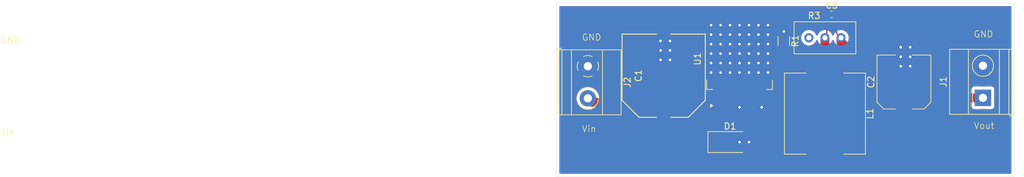
<source format=kicad_pcb>
(kicad_pcb (version 20240108) (generator "pcbnew") (generator_version "8.0")
  (layers (0 "F.Cu" signal) (31 "B.Cu" signal) (34 "B.Paste" user) (35 "F.Paste" user) (36 "B.SilkS" user "B.Silkscreen") (37 "F.SilkS" user "F.Silkscreen") (38 "B.Mask" user) (39 "F.Mask" user) (44 "Edge.Cuts" user))
  (net 0 "")
  (net 1 "Vin")
  (net 2 "GND")
  (net 3 "Vout")
  (net 4 "Net-(U1-FB)")
  (net 5 "Net-(D1-K)")
  (footprint "Diode_SMD:D_SMA" (layer "F.Cu") (at 77.5 97)
    (property "Reference" "D1" (at 0 -2.5 0) (layer "F.SilkS"))
    (property "Value" "ss34")
    (fp_line (start -3.51 -1.65) (end -3.51 1.65) (stroke (width 0.12)) (layer "F.SilkS"))
    (fp_line (start -3.51 -1.65) (end 2 -1.65) (stroke (width 0.12)) (layer "F.SilkS"))
    (fp_line (start -3.51 1.65) (end 2 1.65) (stroke (width 0.12)) (layer "F.SilkS"))
    (pad "1" smd roundrect (at -2 0) (size 2.5 1.8) (layers "F.Cu" "F.Paste" "F.Mask") (roundrect_rratio 0.1388888889) (net 5 "Net-(D1-K)"))
    (pad "2" smd roundrect (at 2 0) (size 2.5 1.8) (layers "F.Cu" "F.Paste" "F.Mask") (roundrect_rratio 0.1388888889) (net 2 "GND"))
  )
  (footprint "Capacitor_SMD:C_Elec_8x10.2" (layer "F.Cu") (at 105 87.5 90)
    (property "Reference" "C2" (at 0 -5.2 90) (layer "F.SilkS"))
    (property "Value" "220uF/35V")
    (fp_line (start 4.26 -4.26) (end 4.26 -1.31) (stroke (width 0.12)) (layer "F.SilkS"))
    (fp_line (start -3.195563 -4.26) (end 4.26 -4.26) (stroke (width 0.12)) (layer "F.SilkS"))
    (fp_line (start -4.26 -3.195563) (end -3.195563 -4.26) (stroke (width 0.12)) (layer "F.SilkS"))
    (fp_line (start -4.26 -3.195563) (end -4.26 -1.31) (stroke (width 0.12)) (layer "F.SilkS"))
    (fp_line (start -4.26 3.195563) (end -4.26 1.31) (stroke (width 0.12)) (layer "F.SilkS"))
    (fp_line (start -4.26 3.195563) (end -3.195563 4.26) (stroke (width 0.12)) (layer "F.SilkS"))
    (fp_line (start 4.26 4.26) (end 4.26 1.31) (stroke (width 0.12)) (layer "F.SilkS"))
    (fp_line (start -3.195563 4.26) (end 4.26 4.26) (stroke (width 0.12)) (layer "F.SilkS"))
    (pad "1" smd roundrect (at -3.6 0 90) (size 4.5 2.1) (layers "F.Cu" "F.Paste" "F.Mask") (roundrect_rratio 0.119048) (net 3 "Vout"))
    (pad "2" smd roundrect (at 3.6 0 90) (size 4.5 2.1) (layers "F.Cu" "F.Paste" "F.Mask") (roundrect_rratio 0.119048) (net 2 "GND"))
  )
  (footprint "easyeda2kicad:CAP-SMD_BD12.5-L13.0-W13.0-LS14.4-FD" (layer "F.Cu") (at 67 86.5 90)
    (property "Reference" "C1" (at 0 -4 90) (layer "F.SilkS"))
    (property "Value" "680uF/50V")
    (fp_line (start 6.58 -6.58) (end 6.58 -1.13) (stroke (width 0.15)) (layer "F.SilkS"))
    (fp_line (start -3.9 -6.58) (end 6.58 -6.58) (stroke (width 0.15)) (layer "F.SilkS"))
    (fp_line (start -6.58 -3.9) (end -3.9 -6.58) (stroke (width 0.15)) (layer "F.SilkS"))
    (fp_line (start -6.58 -1.13) (end -6.58 -3.9) (stroke (width 0.15)) (layer "F.SilkS"))
    (fp_line (start 6.58 1.13) (end 6.58 6.58) (stroke (width 0.15)) (layer "F.SilkS"))
    (fp_line (start -6.58 3.9) (end -6.58 1.13) (stroke (width 0.15)) (layer "F.SilkS"))
    (fp_line (start -6.58 3.9) (end -3.9 6.58) (stroke (width 0.15)) (layer "F.SilkS"))
    (fp_line (start -3.9 6.58) (end 6.58 6.58) (stroke (width 0.15)) (layer "F.SilkS"))
    (pad "1" smd rect (at -4.97 0 90) (size 5.66 1.9) (layers "F.Cu" "F.Paste" "F.Mask") (net 1 "Vin"))
    (pad "2" smd rect (at 4.97 0 90) (size 5.66 1.9) (layers "F.Cu" "F.Paste" "F.Mask") (net 2 "GND"))
  )
  (footprint "Package_TO_SOT_SMD:TO-263-5_TabPin3" (layer "F.Cu") (at 79 83.85 90)
    (property "Reference" "U1" (at 0 -6.65 90) (layer "F.SilkS"))
    (property "Value" "LM2596S-12")
    (fp_line (start -3.325 -5.2) (end -4.825 -5.2) (stroke (width 0.12)) (layer "F.SilkS"))
    (fp_line (start -4.825 -5.2) (end -4.825 -4.25) (stroke (width 0.12)) (layer "F.SilkS"))
    (fp_line (start -3.325 5.2) (end -4.825 5.2) (stroke (width 0.12)) (layer "F.SilkS"))
    (fp_line (start -4.825 5.2) (end -4.825 4.25) (stroke (width 0.12)) (layer "F.SilkS"))
    (fp_poly (pts (xy -7.3875 -4.25) (xy -7.6275 -4.58) (xy -7.1475 -4.58) (xy -7.3875 -4.25)) (stroke (width 0.12)) (fill solid) (layer "F.SilkS"))
    (pad "1" smd roundrect (at -7.65 -3.4 90) (size 4.6 1.1) (layers "F.Cu" "F.Paste" "F.Mask") (roundrect_rratio 0.227273) (net 1 "Vin"))
    (pad "2" smd roundrect (at -7.65 -1.7 90) (size 4.6 1.1) (layers "F.Cu" "F.Paste" "F.Mask") (roundrect_rratio 0.227273) (net 5 "Net-(D1-K)"))
    (pad "3" smd roundrect (at -7.65 0 90) (size 4.6 1.1) (layers "F.Cu" "F.Paste" "F.Mask") (roundrect_rratio 0.227273) (net 2 "GND"))
    (pad "3" smd roundrect (at -0.925 -2.775 90) (size 4.55 5.25) (layers "F.Cu" "F.Paste") (roundrect_rratio 0.054945) (net 2 "GND"))
    (pad "3" smd roundrect (at -0.925 2.775 90) (size 4.55 5.25) (layers "F.Cu" "F.Paste") (roundrect_rratio 0.054945) (net 2 "GND"))
    (pad "3" smd roundrect (at 1.5 0 90) (size 9.4 10.8) (layers "F.Cu" "F.Mask") (roundrect_rratio 0.026596) (net 2 "GND"))
    (pad "3" smd roundrect (at 3.925 -2.775 90) (size 4.55 5.25) (layers "F.Cu" "F.Paste") (roundrect_rratio 0.054945) (net 2 "GND"))
    (pad "3" smd roundrect (at 3.925 2.775 90) (size 4.55 5.25) (layers "F.Cu" "F.Paste") (roundrect_rratio 0.054945) (net 2 "GND"))
    (pad "4" smd roundrect (at -7.65 1.7 90) (size 4.6 1.1) (layers "F.Cu" "F.Paste" "F.Mask") (roundrect_rratio 0.227273) (net 4 "Net-(U1-FB)"))
    (pad "5" smd roundrect (at -7.65 3.4 90) (size 4.6 1.1) (layers "F.Cu" "F.Paste" "F.Mask") (roundrect_rratio 0.227273) (net 2 "GND"))
  )
  (footprint "Inductor_SMD:L_SXN_SMDRI127" (layer "F.Cu") (at 92.5 92.5 -90)
    (property "Reference" "L1" (at 0 -7.15 90) (layer "F.SilkS"))
    (property "Value" "470")
    (fp_line (start -6.41 6.41) (end 6.41 6.41) (stroke (width 0.12)) (layer "F.SilkS"))
    (fp_line (start -6.41 6.41) (end -6.41 2.96) (stroke (width 0.12)) (layer "F.SilkS"))
    (fp_line (start 6.41 6.41) (end 6.41 2.96) (stroke (width 0.12)) (layer "F.SilkS"))
    (fp_line (start -6.41 -6.41) (end -6.41 -2.96) (stroke (width 0.12)) (layer "F.SilkS"))
    (fp_line (start -6.41 -6.41) (end 6.41 -6.41) (stroke (width 0.12)) (layer "F.SilkS"))
    (fp_line (start 6.41 -6.41) (end 6.41 -2.96) (stroke (width 0.12)) (layer "F.SilkS"))
    (pad "1" smd rect (at -4.95 0 270) (size 2.9 5.4) (layers "F.Cu" "F.Paste" "F.Mask") (net 5 "Net-(D1-K)"))
    (pad "2" smd rect (at 4.95 0 270) (size 2.9 5.4) (layers "F.Cu" "F.Paste" "F.Mask") (net 3 "Vout"))
  )
  (footprint "Resistor_SMD:R_1206_3216Metric" (layer "F.Cu") (at 86 81 -90)
    (property "Reference" "R1" (at 0 -1.82 90) (layer "F.SilkS"))
    (property "Value" "1k")
    (fp_line (start -0.727064 0.91) (end 0.727064 0.91) (stroke (width 0.12)) (layer "F.SilkS"))
    (fp_line (start -0.727064 -0.91) (end 0.727064 -0.91) (stroke (width 0.12)) (layer "F.SilkS"))
    (pad "1" smd roundrect (at -1.4625 0 270) (size 1.125 1.75) (layers "F.Cu" "F.Paste" "F.Mask") (roundrect_rratio 0.222222) (net 2 "GND"))
    (pad "2" smd roundrect (at 1.4625 0 270) (size 1.125 1.75) (layers "F.Cu" "F.Paste" "F.Mask") (roundrect_rratio 0.222222) (net 4 "Net-(U1-FB)"))
  )
  (footprint "Capacitor_SMD:C_0603_1608Metric" (layer "F.Cu") (at 93.575 76.8)
    (property "Reference" "C3" (at 0 -1.43 360) (layer "F.SilkS"))
    (property "Value" "2.2uF/50V")
    (fp_line (start -0.14058 -0.51) (end 0.14058 -0.51) (stroke (width 0.12)) (layer "F.SilkS"))
    (fp_line (start -0.14058 0.51) (end 0.14058 0.51) (stroke (width 0.12)) (layer "F.SilkS"))
    (pad "1" smd roundrect (at -0.775 0) (size 0.9 0.95) (layers "F.Cu" "F.Paste" "F.Mask") (net 4 "Net-(U1-FB)"))
    (pad "2" smd roundrect (at 0.775 0) (size 0.9 0.95) (layers "F.Cu" "F.Paste" "F.Mask") (net 3 "Vout"))
  )
  (footprint "TerminalBlock_Phoenix:TerminalBlock_Phoenix_MKDS-1,5-2-5.08_1x02_P5.08mm_Horizontal" (layer "F.Cu") (at 117.5 90 90)
    (property "Reference" "J1" (at 2.54 -6.26 90) (layer "F.SilkS"))
    (property "Value" "Screw_Terminal_01x02")
    (fp_line (start 7.68 -5.261) (end 7.68 4.66) (stroke (width 0.12)) (layer "F.SilkS"))
    (fp_line (start -2.6 -5.261) (end 7.68 -5.261) (stroke (width 0.12)) (layer "F.SilkS"))
    (fp_line (start -2.6 -5.261) (end -2.6 4.66) (stroke (width 0.12)) (layer "F.SilkS"))
    (fp_line (start -2.6 -2.301) (end 7.68 -2.301) (stroke (width 0.12)) (layer "F.SilkS"))
    (fp_line (start 6.15 -1.275) (end 6.115 -1.239) (stroke (width 0.12)) (layer "F.SilkS"))
    (fp_line (start 6.355 -1.069) (end 6.308 -1.023) (stroke (width 0.12)) (layer "F.SilkS"))
    (fp_line (start 3.853 1.023) (end 3.806 1.069) (stroke (width 0.12)) (layer "F.SilkS"))
    (fp_line (start 4.046 1.239) (end 4.011 1.274) (stroke (width 0.12)) (layer "F.SilkS"))
    (fp_line (start -2.6 2.6) (end 7.68 2.6) (stroke (width 0.12)) (layer "F.SilkS"))
    (fp_line (start -2.6 4.1) (end 7.68 4.1) (stroke (width 0.12)) (layer "F.SilkS"))
    (fp_line (start -2.84 4.16) (end -2.84 4.9) (stroke (width 0.12)) (layer "F.SilkS"))
    (fp_line (start -2.6 4.66) (end 7.68 4.66) (stroke (width 0.12)) (layer "F.SilkS"))
    (fp_line (start -2.84 4.9) (end -2.34 4.9) (stroke (width 0.12)) (layer "F.SilkS"))
    (fp_arc (start -0.683042 -1.535427) (mid 0.000524 -1.680501) (end 0.684 -1.535) (stroke (width 0.12)) (layer "F.SilkS"))
    (fp_arc (start 1.535427 -0.683042) (mid 1.680501 0.000524) (end 1.535 0.684) (stroke (width 0.12)) (layer "F.SilkS"))
    (fp_arc (start -1.535427 0.683042) (mid -1.680501 -0.000524) (end -1.535 -0.684) (stroke (width 0.12)) (layer "F.SilkS"))
    (fp_arc (start 0.683318 1.534756) (mid 0.349292 1.643288) (end 0 1.68) (stroke (width 0.12)) (layer "F.SilkS"))
    (fp_arc (start 0.028805 1.680253) (mid -0.335551 1.646659) (end -0.684 1.535) (stroke (width 0.12)) (layer "F.SilkS"))
    (fp_circle (center 5.08 0) (end 6.76 0) (stroke (width 0.12)) (fill none) (layer "F.SilkS"))
    (pad "1" thru_hole rect (at 0 0 90) (size 2.6 2.6) (drill 1.3) (layers "*.Cu" "*.Mask") (net 3 "Vout"))
    (pad "2" thru_hole circle (at 5.08 0 90) (size 2.6 2.6) (drill 1.3) (layers "*.Cu" "*.Mask") (net 2 "GND"))
  )
  (footprint "TerminalBlock_Phoenix:TerminalBlock_Phoenix_MKDS-1,5-2-5.08_1x02_P5.08mm_Horizontal" (layer "F.Cu") (at 55 85 -90)
    (property "Reference" "J2" (at 2.54 -6.26 90) (layer "F.SilkS"))
    (property "Value" "Screw_Terminal_01x02")
    (fp_line (start -2.84 4.9) (end -2.34 4.9) (stroke (width 0.12)) (layer "F.SilkS"))
    (fp_line (start -2.6 4.66) (end 7.68 4.66) (stroke (width 0.12)) (layer "F.SilkS"))
    (fp_line (start -2.84 4.16) (end -2.84 4.9) (stroke (width 0.12)) (layer "F.SilkS"))
    (fp_line (start -2.6 4.1) (end 7.68 4.1) (stroke (width 0.12)) (layer "F.SilkS"))
    (fp_line (start -2.6 2.6) (end 7.68 2.6) (stroke (width 0.12)) (layer "F.SilkS"))
    (fp_line (start 4.046 1.239) (end 4.011 1.274) (stroke (width 0.12)) (layer "F.SilkS"))
    (fp_line (start 3.853 1.023) (end 3.806 1.069) (stroke (width 0.12)) (layer "F.SilkS"))
    (fp_line (start 6.355 -1.069) (end 6.308 -1.023) (stroke (width 0.12)) (layer "F.SilkS"))
    (fp_line (start 6.15 -1.275) (end 6.115 -1.239) (stroke (width 0.12)) (layer "F.SilkS"))
    (fp_line (start -2.6 -2.301) (end 7.68 -2.301) (stroke (width 0.12)) (layer "F.SilkS"))
    (fp_line (start -2.6 -5.261) (end -2.6 4.66) (stroke (width 0.12)) (layer "F.SilkS"))
    (fp_line (start -2.6 -5.261) (end 7.68 -5.261) (stroke (width 0.12)) (layer "F.SilkS"))
    (fp_line (start 7.68 -5.261) (end 7.68 4.66) (stroke (width 0.12)) (layer "F.SilkS"))
    (fp_arc (start 0.028805 1.680253) (mid -0.335551 1.646659) (end -0.684 1.535) (stroke (width 0.12)) (layer "F.SilkS"))
    (fp_arc (start 0.683318 1.534756) (mid 0.349292 1.643288) (end 0 1.68) (stroke (width 0.12)) (layer "F.SilkS"))
    (fp_arc (start -1.535427 0.683042) (mid -1.680501 -0.000524) (end -1.535 -0.684) (stroke (width 0.12)) (layer "F.SilkS"))
    (fp_arc (start 1.535427 -0.683042) (mid 1.680501 0.000524) (end 1.535 0.684) (stroke (width 0.12)) (layer "F.SilkS"))
    (fp_arc (start -0.683042 -1.535427) (mid 0.000524 -1.680501) (end 0.684 -1.535) (stroke (width 0.12)) (layer "F.SilkS"))
    (fp_circle (center 5.08 0) (end 6.76 0) (stroke (width 0.12)) (fill none) (layer "F.SilkS"))
    (pad "1" thru_hole rect (at 0 0 270) (size 2.6 2.6) (drill 1.3) (layers "*.Cu" "*.Mask") (net 2 "GND"))
    (pad "2" thru_hole circle (at 5.08 0 270) (size 2.6 2.6) (drill 1.3) (layers "*.Cu" "*.Mask") (net 1 "Vin"))
  )
  (footprint "Potentiometer_THT:Potentiometer_Bourns_3296W_Vertical" (layer "F.Cu") (at 95.05 80.5)
    (property "Reference" "R3" (at -4.25 -3.5 0) (layer "F.SilkS"))
    (property "Value" "10k")
    (fp_line (start -7.425 -2.53) (end -7.425 2.54) (stroke (width 0.12)) (layer "F.SilkS"))
    (fp_line (start -7.425 -2.53) (end 2.345 -2.53) (stroke (width 0.12)) (layer "F.SilkS"))
    (fp_line (start -7.425 2.54) (end 2.345 2.54) (stroke (width 0.12)) (layer "F.SilkS"))
    (fp_line (start 2.345 -2.53) (end 2.345 2.54) (stroke (width 0.12)) (layer "F.SilkS"))
    (pad "1" thru_hole circle (at 0 0) (size 1.44 1.44) (drill 0.8) (layers "*.Cu" "*.Mask") (net 3 "Vout"))
    (pad "2" thru_hole circle (at -2.54 0) (size 1.44 1.44) (drill 0.8) (layers "*.Cu" "*.Mask") (net 4 "Net-(U1-FB)"))
    (pad "3" thru_hole circle (at -5.08 0) (size 1.44 1.44) (drill 0.8) (layers "*.Cu" "*.Mask"))
  )
  (gr_rect (start 50 75) (end 122.5 102.5) (stroke (width 0.05)) (fill none) (layer "Edge.Cuts"))
  (gr_text "GND\n\n\n\n\n\n\n\n\nVout" (at 116 95 0) (layer "F.SilkS") (effects (font (size 1 1) (thickness 0.1)) (justify left bottom)))
  (gr_text "GND\n\n\n\n\n\n\n\n\nVin" (at -38 96 0) (layer "F.SilkS") (effects (font (size 1 1) (thickness 0.1)) (justify left bottom)))
  (gr_text "GND\n\n\n\n\n\n\n\n\nVin" (at 54 95.5 0) (layer "F.SilkS") (effects (font (size 1 1) (thickness 0.1)) (justify left bottom)))
  (segment (start 67 90.7) (end 55.62 90.7) (width 1.4) (layer "F.Cu") (net 1))
  (segment (start 75.6 91.5) (end 67.8 91.5) (width 1.4) (layer "F.Cu") (net 1))
  (segment (start 67.8 91.5) (end 67 90.7) (width 1.4) (layer "F.Cu") (net 1))
  (segment (start 55.62 90.7) (end 55 90.08) (width 1.4) (layer "F.Cu") (net 1))
  (segment (start 116.48 83.9) (end 117.5 84.92) (width 1.4) (layer "F.Cu") (net 2))
  (segment (start 79 96.5) (end 79.5 97) (width 1.4) (layer "F.Cu") (net 2))
  (via (at 104.5 85) (size 1) (drill 0.4) (layers "F.Cu" "B.Cu") (net 2))
  (via (at 74.5 84.5) (size 1) (drill 0.4) (layers "F.Cu" "B.Cu") (net 2))
  (via (at 82.5 91.5) (size 1) (drill 0.4) (layers "F.Cu" "B.Cu") (net 2))
  (via (at 79 80) (size 1) (drill 0.4) (layers "F.Cu" "B.Cu") (net 2))
  (via (at 106 82) (size 1) (drill 0.4) (layers "F.Cu" "B.Cu") (net 2))
  (via (at 82 78.5) (size 1) (drill 0.4) (layers "F.Cu" "B.Cu") (net 2))
  (via (at 82 83) (size 1) (drill 0.4) (layers "F.Cu" "B.Cu") (net 2))
  (via (at 83.5 78.5) (size 1) (drill 0.4) (layers "F.Cu" "B.Cu") (net 2))
  (via (at 68 81) (size 1) (drill 0.4) (layers "F.Cu" "B.Cu") (net 2))
  (via (at 74.5 83) (size 1) (drill 0.4) (layers "F.Cu" "B.Cu") (net 2))
  (via (at 79 84.5) (size 1) (drill 0.4) (layers "F.Cu" "B.Cu") (net 2))
  (via (at 77.5 83) (size 1) (drill 0.4) (layers "F.Cu" "B.Cu") (net 2))
  (via (at 76 83) (size 1) (drill 0.4) (layers "F.Cu" "B.Cu") (net 2))
  (via (at 77.5 81.5) (size 1) (drill 0.4) (layers "F.Cu" "B.Cu") (net 2))
  (via (at 74.5 78.5) (size 1) (drill 0.4) (layers "F.Cu" "B.Cu") (net 2))
  (via (at 80.5 83) (size 1) (drill 0.4) (layers "F.Cu" "B.Cu") (net 2))
  (via (at 82 84.5) (size 1) (drill 0.4) (layers "F.Cu" "B.Cu") (net 2))
  (via (at 66.5 84) (size 1) (drill 0.4) (layers "F.Cu" "B.Cu") (net 2))
  (via (at 66.5 81) (size 1) (drill 0.4) (layers "F.Cu" "B.Cu") (net 2))
  (via (at 82 80) (size 1) (drill 0.4) (layers "F.Cu" "B.Cu") (net 2))
  (via (at 83.5 81.5) (size 1) (drill 0.4) (layers "F.Cu" "B.Cu") (net 2))
  (via (at 83.5 84.5) (size 1) (drill 0.4) (layers "F.Cu" "B.Cu") (net 2))
  (via (at 80.5 80) (size 1) (drill 0.4) (layers "F.Cu" "B.Cu") (net 2))
  (via (at 77.5 86) (size 1) (drill 0.4) (layers "F.Cu" "B.Cu") (net 2))
  (via (at 83.5 83) (size 1) (drill 0.4) (layers "F.Cu" "B.Cu") (net 2))
  (via (at 74.5 81.5) (size 1) (drill 0.4) (layers "F.Cu" "B.Cu") (net 2))
  (via (at 83.5 86) (size 1) (drill 0.4) (layers "F.Cu" "B.Cu") (net 2))
  (via (at 104.5 83.5) (size 1) (drill 0.4) (layers "F.Cu" "B.Cu") (net 2))
  (via (at 66.5 82.5) (size 1) (drill 0.4) (layers "F.Cu" "B.Cu") (net 2))
  (via (at 82 86) (size 1) (drill 0.4) (layers "F.Cu" "B.Cu") (net 2))
  (via (at 76 81.5) (size 1) (drill 0.4) (layers "F.Cu" "B.Cu") (net 2))
  (via (at 68 82.5) (size 1) (drill 0.4) (layers "F.Cu" "B.Cu") (net 2))
  (via (at 79 97) (size 1) (drill 0.4) (layers "F.Cu" "B.Cu") (net 2))
  (via (at 80.5 81.5) (size 1) (drill 0.4) (layers "F.Cu" "B.Cu") (net 2))
  (via (at 104.5 82) (size 1) (drill 0.4) (layers "F.Cu" "B.Cu") (net 2))
  (via (at 106 83.5) (size 1) (drill 0.4) (layers "F.Cu" "B.Cu") (net 2))
  (via (at 106 85) (size 1) (drill 0.4) (layers "F.Cu" "B.Cu") (net 2))
  (via (at 77.5 80) (size 1) (drill 0.4) (layers "F.Cu" "B.Cu") (net 2))
  (via (at 86 79.5) (size 1) (drill 0.4) (layers "F.Cu" "B.Cu") (net 2))
  (via (at 76 78.5) (size 1) (drill 0.4) (layers "F.Cu" "B.Cu") (net 2))
  (via (at 83.5 80) (size 1) (drill 0.4) (layers "F.Cu" "B.Cu") (net 2))
  (via (at 79 86) (size 1) (drill 0.4) (layers "F.Cu" "B.Cu") (net 2))
  (via (at 80.5 84.5) (size 1) (drill 0.4) (layers "F.Cu" "B.Cu") (net 2))
  (via (at 74.5 86) (size 1) (drill 0.4) (layers "F.Cu" "B.Cu") (net 2))
  (via (at 76 86) (size 1) (drill 0.4) (layers "F.Cu" "B.Cu") (net 2))
  (via (at 76 84.5) (size 1) (drill 0.4) (layers "F.Cu" "B.Cu") (net 2))
  (via (at 77.5 84.5) (size 1) (drill 0.4) (layers "F.Cu" "B.Cu") (net 2))
  (via (at 80.5 78.5) (size 1) (drill 0.4) (layers "F.Cu" "B.Cu") (net 2))
  (via (at 77.5 78.5) (size 1) (drill 0.4) (layers "F.Cu" "B.Cu") (net 2))
  (via (at 68 84) (size 1) (drill 0.4) (layers "F.Cu" "B.Cu") (net 2))
  (via (at 79 81.5) (size 1) (drill 0.4) (layers "F.Cu" "B.Cu") (net 2))
  (via (at 82 81.5) (size 1) (drill 0.4) (layers "F.Cu" "B.Cu") (net 2))
  (via (at 80.5 97) (size 1) (drill 0.4) (layers "F.Cu" "B.Cu") (net 2))
  (via (at 79 91.5) (size 1) (drill 0.4) (layers "F.Cu" "B.Cu") (net 2))
  (via (at 79 78.5) (size 1) (drill 0.4) (layers "F.Cu" "B.Cu") (net 2))
  (via (at 74.5 80) (size 1) (drill 0.4) (layers "F.Cu" "B.Cu") (net 2))
  (via (at 76 80) (size 1) (drill 0.4) (layers "F.Cu" "B.Cu") (net 2))
  (via (at 80.5 86) (size 1) (drill 0.4) (layers "F.Cu" "B.Cu") (net 2))
  (via (at 79 83) (size 1) (drill 0.4) (layers "F.Cu" "B.Cu") (net 2))
  (segment (start 94.35 79.8) (end 95.05 80.5) (width 0.2) (layer "F.Cu") (net 3))
  (segment (start 117.5 90) (end 106.1 90) (width 1.4) (layer "F.Cu") (net 3))
  (segment (start 106.1 90) (end 105 91.1) (width 1.4) (layer "F.Cu") (net 3))
  (segment (start 98.65 97.45) (end 105 91.1) (width 1.4) (layer "F.Cu") (net 3))
  (segment (start 92.5 97.45) (end 98.65 97.45) (width 1.4) (layer "F.Cu") (net 3))
  (segment (start 105 91.1) (end 95.05 81.15) (width 1.4) (layer "F.Cu") (net 3))
  (segment (start 94.35 76.8) (end 94.35 79.8) (width 0.2) (layer "F.Cu") (net 3))
  (segment (start 95.05 81.15) (end 95.05 80.5) (width 1.4) (layer "F.Cu") (net 3))
  (segment (start 96.1 89.9) (end 96.1 85.2) (width 1.4) (layer "F.Cu") (net 4))
  (segment (start 92.51 81.61) (end 92.51 80.5) (width 1.4) (layer "F.Cu") (net 4))
  (segment (start 96.1 85.2) (end 92.51 81.61) (width 1.4) (layer "F.Cu") (net 4))
  (segment (start 92.8 80.21) (end 92.51 80.5) (width 0.2) (layer "F.Cu") (net 4))
  (segment (start 91 95) (end 96.1 89.9) (width 1.4) (layer "F.Cu") (net 4))
  (segment (start 96.1 85.2) (end 88.7375 85.2) (width 1.4) (layer "F.Cu") (net 4))
  (segment (start 81.9 95) (end 91 95) (width 1.4) (layer "F.Cu") (net 4))
  (segment (start 80.7 91.5) (end 80.7 93.8) (width 1.4) (layer "F.Cu") (net 4))
  (segment (start 92.8 76.8) (end 92.8 80.21) (width 0.2) (layer "F.Cu") (net 4))
  (segment (start 88.7375 85.2) (end 86 82.4625) (width 1.4) (layer "F.Cu") (net 4))
  (segment (start 80.7 93.8) (end 81.9 95) (width 1.4) (layer "F.Cu") (net 4))
  (segment (start 77.3 89.216726) (end 77.3 95.2) (width 1.4) (layer "F.Cu") (net 5))
  (segment (start 91.75 88.3) (end 78.216726 88.3) (width 1.4) (layer "F.Cu") (net 5))
  (segment (start 77.3 91.5) (end 77.3 95.2) (width 1.4) (layer "F.Cu") (net 5))
  (segment (start 92.5 87.55) (end 91.75 88.3) (width 1.4) (layer "F.Cu") (net 5))
  (segment (start 78.216726 88.3) (end 77.3 89.216726) (width 1.4) (layer "F.Cu") (net 5))
  (segment (start 77.3 95.2) (end 75.5 97) (width 1.4) (layer "F.Cu") (net 5))
  (zone (net 2) (net_name "GND") (layers "F&B.Cu") (connect_pads yes (clearance 0.5)) (min_thickness 0.25) (fill yes (thermal_gap 0.5) (thermal_bridge_width 0.5))
    (polygon (pts (xy 122.5 75) (xy 122.5 102.5) (xy 50 102.5) (xy 50 75)))
  )
)
</source>
